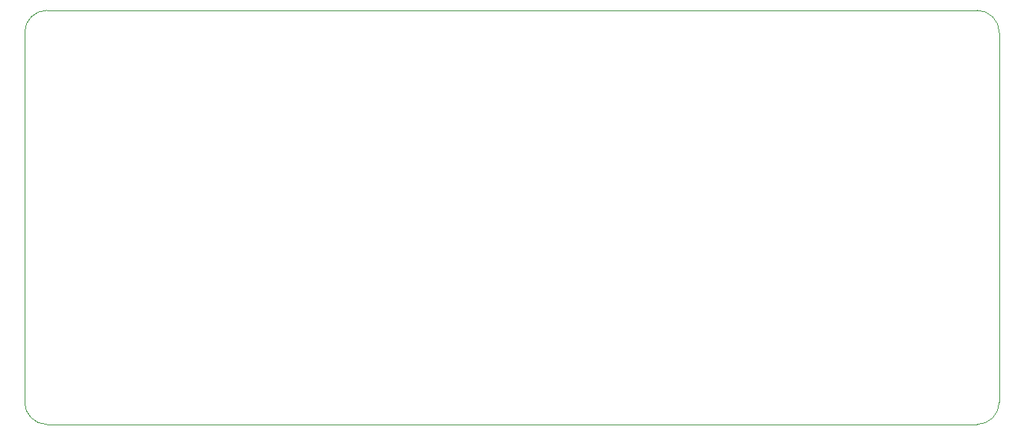
<source format=gbr>
%TF.GenerationSoftware,KiCad,Pcbnew,(5.1.6)-1*%
%TF.CreationDate,2020-10-27T11:33:51-07:00*%
%TF.ProjectId,main,6d61696e-2e6b-4696-9361-645f70636258,rev?*%
%TF.SameCoordinates,Original*%
%TF.FileFunction,Profile,NP*%
%FSLAX46Y46*%
G04 Gerber Fmt 4.6, Leading zero omitted, Abs format (unit mm)*
G04 Created by KiCad (PCBNEW (5.1.6)-1) date 2020-10-27 11:33:51*
%MOMM*%
%LPD*%
G01*
G04 APERTURE LIST*
%TA.AperFunction,Profile*%
%ADD10C,0.050000*%
%TD*%
G04 APERTURE END LIST*
D10*
X185420000Y-125730000D02*
X80010000Y-125730000D01*
X187960000Y-81280000D02*
X187960000Y-123190000D01*
X80010000Y-78740000D02*
X185420000Y-78740000D01*
X77470000Y-123190000D02*
X77470000Y-81280000D01*
X187960000Y-123190000D02*
G75*
G02*
X185420000Y-125730000I-2540000J0D01*
G01*
X185420000Y-78740000D02*
G75*
G02*
X187960000Y-81280000I0J-2540000D01*
G01*
X77470000Y-81280000D02*
G75*
G02*
X80010000Y-78740000I2540000J0D01*
G01*
X80010000Y-125730000D02*
G75*
G02*
X77470000Y-123190000I0J2540000D01*
G01*
M02*

</source>
